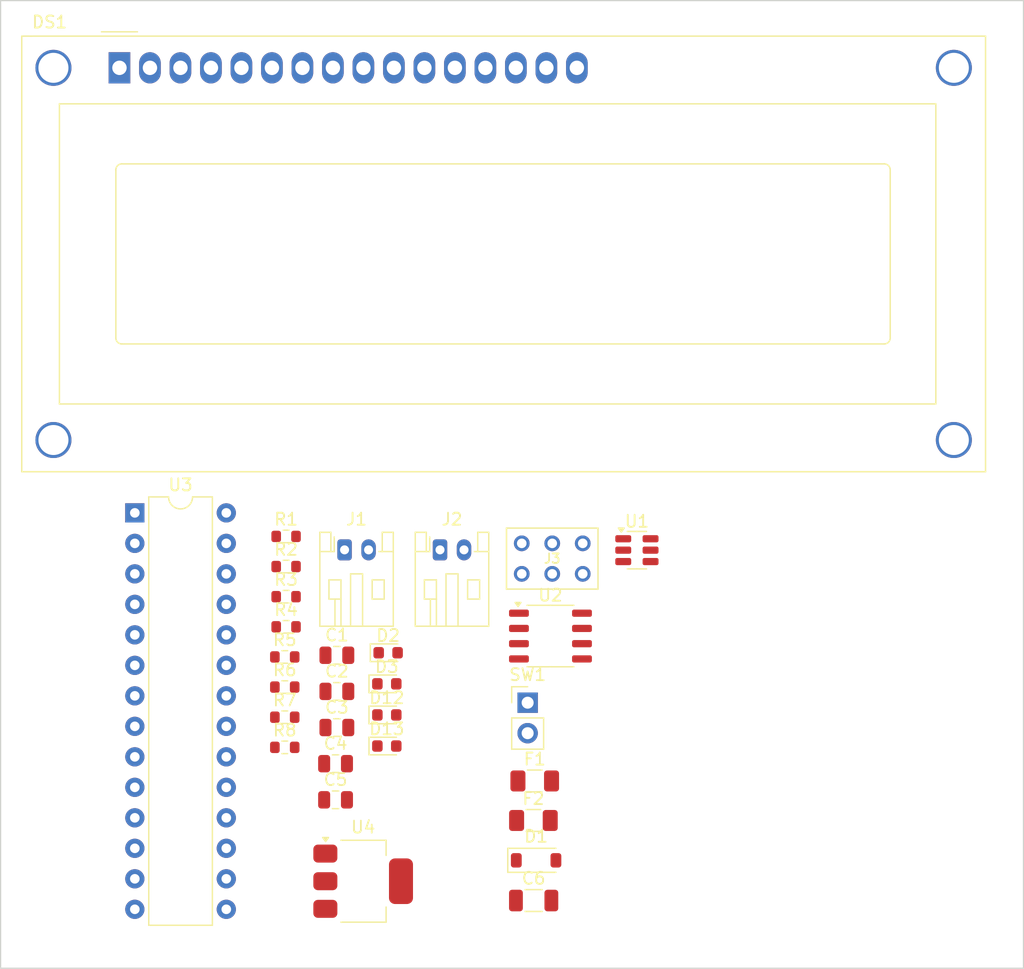
<source format=kicad_pcb>
(kicad_pcb (version 20240108) (generator "pcbnew") (generator_version "8.0")
  (layers (0 "F.Cu" signal) (31 "B.Cu" signal) (34 "B.Paste" user) (35 "F.Paste" user) (36 "B.SilkS" user "B.Silkscreen") (37 "F.SilkS" user "F.Silkscreen") (38 "B.Mask" user) (39 "F.Mask" user) (44 "Edge.Cuts" user))
  (net 0 "")
  (net 1 "Net-(U1-IN)")
  (net 2 "GND")
  (net 3 "Net-(U1-BST)")
  (net 4 "Net-(D1-K)")
  (net 5 "+5V")
  (net 6 "Net-(U3-AREF)")
  (net 7 "Net-(U4-VI)")
  (net 8 "Net-(C6-Pad1)")
  (net 9 "Net-(D2-A)")
  (net 10 "Net-(D3-A)")
  (net 11 "Net-(D12-K)")
  (net 12 "Net-(D13-K)")
  (net 13 "/R{slash}W")
  (net 14 "/LCD4")
  (net 15 "/LCD1")
  (net 16 "/RS")
  (net 17 "/LCD7")
  (net 20 "/ENABLE")
  (net 21 "/LCD3")
  (net 22 "/LCD5")
  (net 23 "/LCD6")
  (net 24 "/LCD2")
  (net 25 "/LCD0")
  (net 26 "+BATT")
  (net 27 "Net-(J1-Pin_2)")
  (net 28 "Net-(J1-Pin_1)")
  (net 29 "Net-(U1-EN)")
  (net 30 "Net-(U1-FB)")
  (net 31 "+3V3")
  (net 32 "/LED_GREEN")
  (net 33 "/LED_RED")
  (net 34 "Net-(SW1-B)")
  (net 35 "/ROW_0")
  (net 36 "/ROW_1")
  (net 37 "/MISO")
  (net 38 "/COLUMN_0")
  (net 39 "/MOSI")
  (net 40 "/ROW_2")
  (net 41 "/SCK")
  (footprint "LED_SMD:LED_0603_1608Metric" (layer "F.Cu") (at 130.68 96.72)
    (property "Reference" "D2" (at 0 -1.43 0) (layer "F.SilkS"))
    (property "Value" "YELLOW")
    (fp_line (start -1.485 -0.735) (end -1.485 0.735) (stroke (width 0.12)) (layer "F.SilkS"))
    (fp_line (start -1.485 0.735) (end 0.8 0.735) (stroke (width 0.12)) (layer "F.SilkS"))
    (fp_line (start 0.8 -0.735) (end -1.485 -0.735) (stroke (width 0.12)) (layer "F.SilkS"))
    (pad "1" smd roundrect (at -0.7875 0) (size 0.875 0.95) (layers "F.Cu" "F.Paste" "F.Mask") (net 2 "GND"))
    (pad "2" smd roundrect (at 0.7875 0) (size 0.875 0.95) (layers "F.Cu" "F.Paste" "F.Mask") (net 9 "Net-(D2-A)"))
  )
  (footprint "Package_DIP:DIP-28_W7.62mm" (layer "F.Cu") (at 109.58 85.07)
    (property "Reference" "U3" (at 3.81 -2.33 360) (layer "F.SilkS"))
    (property "Value" "ATmega328-P")
    (fp_line (start 1.16 -1.33) (end 1.16 34.35) (stroke (width 0.12)) (layer "F.SilkS"))
    (fp_line (start 1.16 34.35) (end 6.46 34.35) (stroke (width 0.12)) (layer "F.SilkS"))
    (fp_line (start 2.81 -1.33) (end 1.16 -1.33) (stroke (width 0.12)) (layer "F.SilkS"))
    (fp_line (start 6.46 -1.33) (end 4.81 -1.33) (stroke (width 0.12)) (layer "F.SilkS"))
    (fp_line (start 6.46 34.35) (end 6.46 -1.33) (stroke (width 0.12)) (layer "F.SilkS"))
    (fp_arc (start 4.81 -1.33) (mid 3.81 -0.33) (end 2.81 -1.33) (stroke (width 0.12)) (layer "F.SilkS"))
    (pad "1" thru_hole rect (at 0 0) (size 1.6 1.6) (drill 0.8) (layers "*.Cu" "*.Mask") (net 38 "/COLUMN_0"))
    (pad "2" thru_hole oval (at 0 2.54) (size 1.6 1.6) (drill 0.8) (layers "*.Cu" "*.Mask") (net 25 "/LCD0"))
    (pad "3" thru_hole oval (at 0 5.08) (size 1.6 1.6) (drill 0.8) (layers "*.Cu" "*.Mask") (net 15 "/LCD1"))
    (pad "4" thru_hole oval (at 0 7.62) (size 1.6 1.6) (drill 0.8) (layers "*.Cu" "*.Mask") (net 24 "/LCD2"))
    (pad "5" thru_hole oval (at 0 10.16) (size 1.6 1.6) (drill 0.8) (layers "*.Cu" "*.Mask") (net 21 "/LCD3"))
    (pad "6" thru_hole oval (at 0 12.7) (size 1.6 1.6) (drill 0.8) (layers "*.Cu" "*.Mask") (net 14 "/LCD4"))
    (pad "7" thru_hole oval (at 0 15.24) (size 1.6 1.6) (drill 0.8) (layers "*.Cu" "*.Mask") (net 5 "+5V"))
    (pad "8" thru_hole oval (at 0 17.78) (size 1.6 1.6) (drill 0.8) (layers "*.Cu" "*.Mask") (net 2 "GND"))
    (pad "9" thru_hole oval (at 0 20.32) (size 1.6 1.6) (drill 0.8) (layers "*.Cu" "*.Mask") (net 32 "/LED_GREEN"))
    (pad "10" thru_hole oval (at 0 22.86) (size 1.6 1.6) (drill 0.8) (layers "*.Cu" "*.Mask") (net 33 "/LED_RED"))
    (pad "11" thru_hole oval (at 0 25.4) (size 1.6 1.6) (drill 0.8) (layers "*.Cu" "*.Mask") (net 22 "/LCD5"))
    (pad "12" thru_hole oval (at 0 27.94) (size 1.6 1.6) (drill 0.8) (layers "*.Cu" "*.Mask") (net 23 "/LCD6"))
    (pad "13" thru_hole oval (at 0 30.48) (size 1.6 1.6) (drill 0.8) (layers "*.Cu" "*.Mask") (net 17 "/LCD7"))
    (pad "14" thru_hole oval (at 0 33.02) (size 1.6 1.6) (drill 0.8) (layers "*.Cu" "*.Mask") (net 20 "/ENABLE"))
    (pad "15" thru_hole oval (at 7.62 33.02) (size 1.6 1.6) (drill 0.8) (layers "*.Cu" "*.Mask") (net 13 "/R{slash}W"))
    (pad "16" thru_hole oval (at 7.62 30.48) (size 1.6 1.6) (drill 0.8) (layers "*.Cu" "*.Mask") (net 16 "/RS"))
    (pad "17" thru_hole oval (at 7.62 27.94) (size 1.6 1.6) (drill 0.8) (layers "*.Cu" "*.Mask") (net 39 "/MOSI"))
    (pad "18" thru_hole oval (at 7.62 25.4) (size 1.6 1.6) (drill 0.8) (layers "*.Cu" "*.Mask") (net 37 "/MISO"))
    (pad "19" thru_hole oval (at 7.62 22.86) (size 1.6 1.6) (drill 0.8) (layers "*.Cu" "*.Mask") (net 41 "/SCK"))
    (pad "20" thru_hole oval (at 7.62 20.32) (size 1.6 1.6) (drill 0.8) (layers "*.Cu" "*.Mask") (net 5 "+5V"))
    (pad "21" thru_hole oval (at 7.62 17.78) (size 1.6 1.6) (drill 0.8) (layers "*.Cu" "*.Mask") (net 6 "Net-(U3-AREF)"))
    (pad "22" thru_hole oval (at 7.62 15.24) (size 1.6 1.6) (drill 0.8) (layers "*.Cu" "*.Mask") (net 2 "GND"))
    (pad "23" thru_hole oval (at 7.62 12.7) (size 1.6 1.6) (drill 0.8) (layers "*.Cu" "*.Mask") (net 38 "/COLUMN_0"))
    (pad "24" thru_hole oval (at 7.62 10.16) (size 1.6 1.6) (drill 0.8) (layers "*.Cu" "*.Mask") (net 38 "/COLUMN_0"))
    (pad "25" thru_hole oval (at 7.62 7.62) (size 1.6 1.6) (drill 0.8) (layers "*.Cu" "*.Mask") (net 38 "/COLUMN_0"))
    (pad "26" thru_hole oval (at 7.62 5.08) (size 1.6 1.6) (drill 0.8) (layers "*.Cu" "*.Mask") (net 35 "/ROW_0"))
    (pad "27" thru_hole oval (at 7.62 2.54) (size 1.6 1.6) (drill 0.8) (layers "*.Cu" "*.Mask") (net 36 "/ROW_1"))
    (pad "28" thru_hole oval (at 7.62 0) (size 1.6 1.6) (drill 0.8) (layers "*.Cu" "*.Mask") (net 40 "/ROW_2"))
  )
  (footprint "Resistor_SMD:R_0603_1608Metric" (layer "F.Cu") (at 122.18 94.56)
    (property "Reference" "R4" (at 0 -1.43 0) (layer "F.SilkS"))
    (property "Value" "1k")
    (fp_line (start -0.237258 -0.5225) (end 0.237258 -0.5225) (stroke (width 0.12)) (layer "F.SilkS"))
    (fp_line (start -0.237258 0.5225) (end 0.237258 0.5225) (stroke (width 0.12)) (layer "F.SilkS"))
    (pad "1" smd roundrect (at -0.825 0) (size 0.8 0.95) (layers "F.Cu" "F.Paste" "F.Mask") (net 5 "+5V"))
    (pad "2" smd roundrect (at 0.825 0) (size 0.8 0.95) (layers "F.Cu" "F.Paste" "F.Mask") (net 9 "Net-(D2-A)"))
  )
  (footprint "Resistor_SMD:R_0603_1608Metric" (layer "F.Cu") (at 122.07 104.6)
    (property "Reference" "R8" (at 0 -1.43 0) (layer "F.SilkS"))
    (property "Value" "R_Small_US")
    (fp_line (start -0.237258 -0.5225) (end 0.237258 -0.5225) (stroke (width 0.12)) (layer "F.SilkS"))
    (fp_line (start -0.237258 0.5225) (end 0.237258 0.5225) (stroke (width 0.12)) (layer "F.SilkS"))
    (pad "1" smd roundrect (at -0.825 0) (size 0.8 0.95) (layers "F.Cu" "F.Paste" "F.Mask") (net 33 "/LED_RED"))
    (pad "2" smd roundrect (at 0.825 0) (size 0.8 0.95) (layers "F.Cu" "F.Paste" "F.Mask") (net 12 "Net-(D13-K)"))
  )
  (footprint "Resistor_SMD:R_0603_1608Metric" (layer "F.Cu") (at 122.18 87.03)
    (property "Reference" "R1" (at 0 -1.43 0) (layer "F.SilkS"))
    (property "Value" "100k")
    (fp_line (start -0.237258 -0.5225) (end 0.237258 -0.5225) (stroke (width 0.12)) (layer "F.SilkS"))
    (fp_line (start -0.237258 0.5225) (end 0.237258 0.5225) (stroke (width 0.12)) (layer "F.SilkS"))
    (pad "1" smd roundrect (at -0.825 0) (size 0.8 0.95) (layers "F.Cu" "F.Paste" "F.Mask") (net 1 "Net-(U1-IN)"))
    (pad "2" smd roundrect (at 0.825 0) (size 0.8 0.95) (layers "F.Cu" "F.Paste" "F.Mask") (net 29 "Net-(U1-EN)"))
  )
  (footprint "Capacitor_SMD:C_0805_2012Metric" (layer "F.Cu") (at 126.41 102.95)
    (property "Reference" "C3" (at 0 -1.68 0) (layer "F.SilkS"))
    (property "Value" "22uF")
    (fp_line (start -0.261252 -0.735) (end 0.261252 -0.735) (stroke (width 0.12)) (layer "F.SilkS"))
    (fp_line (start -0.261252 0.735) (end 0.261252 0.735) (stroke (width 0.12)) (layer "F.SilkS"))
    (pad "1" smd roundrect (at -0.95 0) (size 1 1.45) (layers "F.Cu" "F.Paste" "F.Mask") (net 5 "+5V"))
    (pad "2" smd roundrect (at 0.95 0) (size 1 1.45) (layers "F.Cu" "F.Paste" "F.Mask") (net 2 "GND"))
  )
  (footprint "Package_TO_SOT_SMD:SOT-223-3_TabPin2" (layer "F.Cu") (at 128.6 115.75)
    (property "Reference" "U4" (at 0 -4.5 0) (layer "F.SilkS"))
    (property "Value" "AMS1117-3.3")
    (fp_line (start -1.85 -3.41) (end 1.91 -3.41) (stroke (width 0.12)) (layer "F.SilkS"))
    (fp_line (start -1.85 3.41) (end 1.91 3.41) (stroke (width 0.12)) (layer "F.SilkS"))
    (fp_line (start 1.91 -3.41) (end 1.91 -2.15) (stroke (width 0.12)) (layer "F.SilkS"))
    (fp_line (start 1.91 3.41) (end 1.91 2.15) (stroke (width 0.12)) (layer "F.SilkS"))
    (fp_poly (pts (xy -3.13 -3.31) (xy -3.37 -3.64) (xy -2.89 -3.64) (xy -3.13 -3.31)) (stroke (width 0.12)) (fill solid) (layer "F.SilkS"))
    (pad "1" smd roundrect (at -3.15 -2.3) (size 2 1.5) (layers "F.Cu" "F.Paste" "F.Mask") (net 2 "GND"))
    (pad "2" smd roundrect (at -3.15 0) (size 2 1.5) (layers "F.Cu" "F.Paste" "F.Mask") (net 31 "+3V3"))
    (pad "2" smd roundrect (at 3.15 0) (size 2 3.8) (layers "F.Cu" "F.Paste" "F.Mask") (net 31 "+3V3"))
    (pad "3" smd roundrect (at -3.15 2.3) (size 2 1.5) (layers "F.Cu" "F.Paste" "F.Mask") (net 7 "Net-(U4-VI)"))
  )
  (footprint "Capacitor_SMD:C_1206_3216Metric" (layer "F.Cu") (at 142.8 117.36)
    (property "Reference" "C6" (at 0 -1.85 0) (layer "F.SilkS"))
    (property "Value" "47uF")
    (fp_line (start -0.711252 -0.91) (end 0.711252 -0.91) (stroke (width 0.12)) (layer "F.SilkS"))
    (fp_line (start -0.711252 0.91) (end 0.711252 0.91) (stroke (width 0.12)) (layer "F.SilkS"))
    (pad "1" smd roundrect (at -1.475 0) (size 1.15 1.8) (layers "F.Cu" "F.Paste" "F.Mask") (roundrect_rratio 0.217391) (net 8 "Net-(C6-Pad1)"))
    (pad "2" smd roundrect (at 1.475 0) (size 1.15 1.8) (layers "F.Cu" "F.Paste" "F.Mask") (roundrect_rratio 0.217391) (net 2 "GND"))
  )
  (footprint "Capacitor_SMD:C_0805_2012Metric" (layer "F.Cu") (at 126.41 99.94)
    (property "Reference" "C2" (at 0 -1.68 0) (layer "F.SilkS"))
    (property "Value" "10nF")
    (fp_line (start -0.261252 -0.735) (end 0.261252 -0.735) (stroke (width 0.12)) (layer "F.SilkS"))
    (fp_line (start -0.261252 0.735) (end 0.261252 0.735) (stroke (width 0.12)) (layer "F.SilkS"))
    (pad "1" smd roundrect (at -0.95 0) (size 1 1.45) (layers "F.Cu" "F.Paste" "F.Mask") (net 3 "Net-(U1-BST)"))
    (pad "2" smd roundrect (at 0.95 0) (size 1 1.45) (layers "F.Cu" "F.Paste" "F.Mask") (net 4 "Net-(D1-K)"))
  )
  (footprint "Diode_SMD:D_SOD-123" (layer "F.Cu") (at 143.005 114.01)
    (property "Reference" "D1" (at 0 -2 0) (layer "F.SilkS"))
    (property "Value" "B5819W")
    (fp_line (start -2.36 -1) (end -2.36 1) (stroke (width 0.12)) (layer "F.SilkS"))
    (fp_line (start -2.36 -1) (end 1.65 -1) (stroke (width 0.12)) (layer "F.SilkS"))
    (fp_line (start -2.36 1) (end 1.65 1) (stroke (width 0.12)) (layer "F.SilkS"))
    (pad "1" smd roundrect (at -1.65 0) (size 0.9 1.2) (layers "F.Cu" "F.Paste" "F.Mask") (net 4 "Net-(D1-K)"))
    (pad "2" smd roundrect (at 1.65 0) (size 0.9 1.2) (layers "F.Cu" "F.Paste" "F.Mask") (net 2 "GND"))
  )
  (footprint "Connector_JST:JST_PH_S2B-PH-K_1x02_P2.00mm_Horizontal" (layer "F.Cu") (at 135 88.15)
    (property "Reference" "J2" (at 1 -2.55 0) (layer "F.SilkS"))
    (property "Value" "BattConn0")
    (fp_line (start -2.06 -1.46) (end -2.06 6.36) (stroke (width 0.12)) (layer "F.SilkS"))
    (fp_line (start -2.06 0.14) (end -1.14 0.14) (stroke (width 0.12)) (layer "F.SilkS"))
    (fp_line (start -2.06 6.36) (end 4.06 6.36) (stroke (width 0.12)) (layer "F.SilkS"))
    (fp_line (start -1.3 2.5) (end -1.3 4.1) (stroke (width 0.12)) (layer "F.SilkS"))
    (fp_line (start -1.3 4.1) (end -0.3 4.1) (stroke (width 0.12)) (layer "F.SilkS"))
    (fp_line (start -1.14 -1.46) (end -2.06 -1.46) (stroke (width 0.12)) (layer "F.SilkS"))
    (fp_line (start -1.14 0.14) (end -1.14 -1.46) (stroke (width 0.12)) (layer "F.SilkS"))
    (fp_line (start -0.86 0.14) (end -1.14 0.14) (stroke (width 0.12)) (layer "F.SilkS"))
    (fp_line (start -0.86 0.14) (end -0.86 -1.075) (stroke (width 0.12)) (layer "F.SilkS"))
    (fp_line (start -0.8 4.1) (end -0.8 6.36) (stroke (width 0.12)) (layer "F.SilkS"))
    (fp_line (start -0.3 2.5) (end -1.3 2.5) (stroke (width 0.12)) (layer "F.SilkS"))
    (fp_line (start -0.3 4.1) (end -0.3 2.5) (stroke (width 0.12)) (layer "F.SilkS"))
    (fp_line (start -0.3 4.1) (end -0.3 6.36) (stroke (width 0.12)) (layer "F.SilkS"))
    (fp_line (start 0.5 2) (end 1.5 2) (stroke (width 0.12)) (layer "F.SilkS"))
    (fp_line (start 0.5 6.36) (end 0.5 2) (stroke (width 0.12)) (layer "F.SilkS"))
    (fp_line (start 1.5 2) (end 1.5 6.36) (stroke (width 0.12)) (layer "F.SilkS"))
    (fp_line (start 2.3 2.5) (end 3.3 2.5) (stroke (width 0.12)) (layer "F.SilkS"))
    (fp_line (start 2.3 4.1) (end 2.3 2.5) (stroke (width 0.12)) (layer "F.SilkS"))
    (fp_line (start 3.14 -1.46) (end 3.14 0.14) (stroke (width 0.12)) (layer "F.SilkS"))
    (fp_line (start 3.14 0.14) (end 2.86 0.14) (stroke (width 0.12)) (layer "F.SilkS"))
    (fp_line (start 3.3 2.5) (end 3.3 4.1) (stroke (width 0.12)) (layer "F.SilkS"))
    (fp_line (start 3.3 4.1) (end 2.3 4.1) (stroke (width 0.12)) (layer "F.SilkS"))
    (fp_line (start 4.06 -1.46) (end 3.14 -1.46) (stroke (width 0.12)) (layer "F.SilkS"))
    (fp_line (start 4.06 0.14) (end 3.14 0.14) (stroke (width 0.12)) (layer "F.SilkS"))
    (fp_line (start 4.06 6.36) (end 4.06 -1.46) (stroke (width 0.12)) (layer "F.SilkS"))
    (pad "1" thru_hole roundrect (at 0 0) (size 1.2 1.75) (drill 0.75) (layers "*.Cu" "*.Mask") (roundrect_rratio 0.208333) (net 27 "Net-(J1-Pin_2)"))
    (pad "2" thru_hole oval (at 2 0) (size 1.2 1.75) (drill 0.75) (layers "*.Cu" "*.Mask") (net 2 "GND"))
  )
  (footprint "LED_SMD:LED_0603_1608Metric" (layer "F.Cu") (at 130.57 101.9)
    (property "Reference" "D12" (at 0 -1.43 0) (layer "F.SilkS"))
    (property "Value" "LED_GREEN")
    (fp_line (start -1.485 -0.735) (end -1.485 0.735) (stroke (width 0.12)) (layer "F.SilkS"))
    (fp_line (start -1.485 0.735) (end 0.8 0.735) (stroke (width 0.12)) (layer "F.SilkS"))
    (fp_line (start 0.8 -0.735) (end -1.485 -0.735) (stroke (width 0.12)) (layer "F.SilkS"))
    (pad "1" smd roundrect (at -0.7875 0) (size 0.875 0.95) (layers "F.Cu" "F.Paste" "F.Mask") (net 11 "Net-(D12-K)"))
    (pad "2" smd roundrect (at 0.7875 0) (size 0.875 0.95) (layers "F.Cu" "F.Paste" "F.Mask") (net 5 "+5V"))
  )
  (footprint "Capacitor_SMD:C_0805_2012Metric" (layer "F.Cu") (at 126.3 105.96)
    (property "Reference" "C4" (at 0 -1.68 0) (layer "F.SilkS"))
    (property "Value" "0.1uF")
    (fp_line (start -0.261252 -0.735) (end 0.261252 -0.735) (stroke (width 0.12)) (layer "F.SilkS"))
    (fp_line (start -0.261252 0.735) (end 0.261252 0.735) (stroke (width 0.12)) (layer "F.SilkS"))
    (pad "1" smd roundrect (at -0.95 0) (size 1 1.45) (layers "F.Cu" "F.Paste" "F.Mask") (net 2 "GND"))
    (pad "2" smd roundrect (at 0.95 0) (size 1 1.45) (layers "F.Cu" "F.Paste" "F.Mask") (net 6 "Net-(U3-AREF)"))
  )
  (footprint "Capacitor_SMD:C_0805_2012Metric" (layer "F.Cu") (at 126.3 108.97)
    (property "Reference" "C5" (at 0 -1.68 0) (layer "F.SilkS"))
    (property "Value" "1uF")
    (fp_line (start -0.261252 -0.735) (end 0.261252 -0.735) (stroke (width 0.12)) (layer "F.SilkS"))
    (fp_line (start -0.261252 0.735) (end 0.261252 0.735) (stroke (width 0.12)) (layer "F.SilkS"))
    (pad "1" smd roundrect (at -0.95 0) (size 1 1.45) (layers "F.Cu" "F.Paste" "F.Mask") (net 7 "Net-(U4-VI)"))
    (pad "2" smd roundrect (at 0.95 0) (size 1 1.45) (layers "F.Cu" "F.Paste" "F.Mask") (net 2 "GND"))
  )
  (footprint "Resistor_SMD:R_0603_1608Metric" (layer "F.Cu") (at 122.18 92.05)
    (property "Reference" "R3" (at 0 -1.43 0) (layer "F.SilkS"))
    (property "Value" "9.53k")
    (fp_line (start -0.237258 -0.5225) (end 0.237258 -0.5225) (stroke (width 0.12)) (layer "F.SilkS"))
    (fp_line (start -0.237258 0.5225) (end 0.237258 0.5225) (stroke (width 0.12)) (layer "F.SilkS"))
    (pad "1" smd roundrect (at -0.825 0) (size 0.8 0.95) (layers "F.Cu" "F.Paste" "F.Mask") (net 30 "Net-(U1-FB)"))
    (pad "2" smd roundrect (at 0.825 0) (size 0.8 0.95) (layers "F.Cu" "F.Paste" "F.Mask") (net 2 "GND"))
  )
  (footprint "Display:WC1602A" (layer "F.Cu") (at 108.3 48)
    (property "Reference" "DS1" (at -5.82 -3.81 0) (layer "F.SilkS"))
    (property "Value" "WC1602A")
    (fp_line (start -8.14 -2.64) (end -8.14 33.64) (stroke (width 0.12)) (layer "F.SilkS"))
    (fp_line (start -8.14 33.64) (end 72.14 33.64) (stroke (width 0.12)) (layer "F.SilkS"))
    (fp_line (start -8.13 -2.64) (end -7.34 -2.64) (stroke (width 0.12)) (layer "F.SilkS"))
    (fp_line (start -5 3) (end 68 3) (stroke (width 0.12)) (layer "F.SilkS"))
    (fp_line (start -5 28) (end -5 3) (stroke (width 0.12)) (layer "F.SilkS"))
    (fp_line (start -1.5 -3) (end 1.5 -3) (stroke (width 0.12)) (layer "F.SilkS"))
    (fp_line (start -0.29972 22.49932) (end -0.29972 8.5) (stroke (width 0.12)) (layer "F.SilkS"))
    (fp_line (start 0.2 8) (end 63.7 8) (stroke (width 0.12)) (layer "F.SilkS"))
    (fp_line (start 63.70066 23) (end 0.2 23) (stroke (width 0.12)) (layer "F.SilkS"))
    (fp_line (start 64.2 8.5) (end 64.2 22.5) (stroke (width 0.12)) (layer "F.SilkS"))
    (fp_line (start 68 3) (end 68 28) (stroke (width 0.12)) (layer "F.SilkS"))
    (fp_line (start 68 28) (end -5 28) (stroke (width 0.12)) (layer "F.SilkS"))
    (fp_line (start 72.14 -2.64) (end -7.34 -2.64) (stroke (width 0.12)) (layer "F.SilkS"))
    (fp_line (start 72.14 33.64) (end 72.14 -2.64) (stroke (width 0.12)) (layer "F.SilkS"))
    (fp_arc (start -0.29972 8.49884) (mid -0.153162 8.145018) (end 0.20066 7.99846) (stroke (width 0.12)) (layer "F.SilkS"))
    (fp_arc (start 0.20066 22.9997) (mid -0.153162 22.853142) (end -0.29972 22.49932) (stroke (width 0.12)) (layer "F.SilkS"))
    (fp_arc (start 63.7 8) (mid 64.053553 8.146447) (end 64.2 8.5) (stroke (width 0.12)) (layer "F.SilkS"))
    (fp_arc (start 64.20104 22.49932) (mid 64.054473 22.853115) (end 63.70066 22.9997) (stroke (width 0.12)) (layer "F.SilkS"))
    (pad "" thru_hole circle (at -5.4991 0) (size 3 3) (drill 2.5) (layers "*.Cu" "*.Mask"))
    (pad "" thru_hole circle (at -5.4991 31.0007) (size 3 3) (drill 2.5) (layers "*.Cu" "*.Mask"))
    (pad "" thru_hole circle (at 69.49948 31.0007) (size 3 3) (drill 2.5) (layers "*.Cu" "*.Mask"))
    (pad "" thru_hole circle (at 69.5 0) (size 3 3) (drill 2.5) (layers "*.Cu" "*.Mask"))
    (pad "1" thru_hole rect (at 0 0) (size 1.8 2.6) (drill 1.2) (layers "*.Cu" "*.Mask") (net 2 "GND"))
    (pad "2" thru_hole oval (at 2.54 0) (size 1.8 2.6) (drill 1.2) (layers "*.Cu" "*.Mask") (net 5 "+5V"))
    (pad "3" thru_hole oval (at 5.08 0) (size 1.8 2.6) (drill 1.2) (layers "*.Cu" "*.Mask") (net 2 "GND"))
    (pad "4" thru_hole oval (at 7.62 0) (size 1.8 2.6) (drill 1.2) (layers "*.Cu" "*.Mask") (net 16 "/RS"))
    (pad "5" thru_hole oval (at 10.16 0) (size 1.8 2.6) (drill 1.2) (layers "*.Cu" "*.Mask") (net 13 "/R{slash}W"))
    (pad "6" thru_hole oval (at 12.7 0) (size 1.8 2.6) (drill 1.2) (layers "*.Cu" "*.Mask") (net 20 "/ENABLE"))
    (pad "7" thru_hole oval (at 15.24 0) (size 1.8 2.6) (drill 1.2) (layers "*.Cu" "*.Mask") (net 25 "/LCD0"))
    (pad "8" thru_hole oval (at 17.78 0) (size 1.8 2.6) (drill 1.2) (layers "*.Cu" "*.Mask") (net 15 "/LCD1"))
    (pad "9" thru_hole oval (at 20.32 0) (size 1.8 2.6) (drill 1.2) (layers "*.Cu" "*.Mask") (net 24 "/LCD2"))
    (pad "10" thru_hole oval (at 22.86 0) (size 1.8 2.6) (drill 1.2) (layers "*.Cu" "*.Mask") (net 21 "/LCD3"))
    (pad "11" thru_hole oval (at 25.4 0) (size 1.8 2.6) (drill 1.2) (layers "*.Cu" "*.Mask") (net 14 "/LCD4"))
    (pad "12" thru_hole oval (at 27.94 0) (size 1.8 2.6) (drill 1.2) (layers "*.Cu" "*.Mask") (net 22 "/LCD5"))
    (pad "13" thru_hole oval (at 30.48 0) (size 1.8 2.6) (drill 1.2) (layers "*.Cu" "*.Mask") (net 23 "/LCD6"))
    (pad "14" thru_hole oval (at 33.02 0) (size 1.8 2.6) (drill 1.2) (layers "*.Cu" "*.Mask") (net 17 "/LCD7"))
    (pad "15" thru_hole oval (at 35.56 0) (size 1.8 2.6) (drill 1.2) (layers "*.Cu" "*.Mask"))
    (pad "16" thru_hole oval (at 38.1 0) (size 1.8 2.6) (drill 1.2) (layers "*.Cu" "*.Mask"))
  )
  (footprint "Capacitor_SMD:C_0805_2012Metric" (layer "F.Cu") (at 126.41 96.93)
    (property "Reference" "C1" (at 0 -1.68 0) (layer "F.SilkS"))
    (property "Value" "10uF")
    (fp_line (start -0.261252 -0.735) (end 0.261252 -0.735) (stroke (width 0.12)) (layer "F.SilkS"))
    (fp_line (start -0.261252 0.735) (end 0.261252 0.735) (stroke (width 0.12)) (layer "F.SilkS"))
    (pad "1" smd roundrect (at -0.95 0) (size 1 1.45) (layers "F.Cu" "F.Paste" "F.Mask") (net 1 "Net-(U1-IN)"))
    (pad "2" smd roundrect (at 0.95 0) (size 1 1.45) (layers "F.Cu" "F.Paste" "F.Mask") (net 2 "GND"))
  )
  (footprint "Resistor_SMD:R_0603_1608Metric" (layer "F.Cu") (at 122.07 97.07)
    (property "Reference" "R5" (at 0 -1.43 0) (layer "F.SilkS"))
    (property "Value" "1")
    (fp_line (start -0.237258 -0.5225) (end 0.237258 -0.5225) (stroke (width 0.12)) (layer "F.SilkS"))
    (fp_line (start -0.237258 0.5225) (end 0.237258 0.5225) (stroke (width 0.12)) (layer "F.SilkS"))
    (pad "1" smd roundrect (at -0.825 0) (size 0.8 0.95) (layers "F.Cu" "F.Paste" "F.Mask") (net 8 "Net-(C6-Pad1)"))
    (pad "2" smd roundrect (at 0.825 0) (size 0.8 0.95) (layers "F.Cu" "F.Paste" "F.Mask") (net 31 "+3V3"))
  )
  (footprint "LED_SMD:LED_0603_1608Metric" (layer "F.Cu") (at 130.57 99.31)
    (property "Reference" "D3" (at 0 -1.43 0) (layer "F.SilkS"))
    (property "Value" "GREEN")
    (fp_line (start -1.485 -0.735) (end -1.485 0.735) (stroke (width 0.12)) (layer "F.SilkS"))
    (fp_line (start -1.485 0.735) (end 0.8 0.735) (stroke (width 0.12)) (layer "F.SilkS"))
    (fp_line (start 0.8 -0.735) (end -1.485 -0.735) (stroke (width 0.12)) (layer "F.SilkS"))
    (pad "1" smd roundrect (at -0.7875 0) (size 0.875 0.95) (layers "F.Cu" "F.Paste" "F.Mask") (net 2 "GND"))
    (pad "2" smd roundrect (at 0.7875 0) (size 0.875 0.95) (layers "F.Cu" "F.Paste" "F.Mask") (net 10 "Net-(D3-A)"))
  )
  (footprint "AVR-ISP:AVR-ISP" (layer "F.Cu") (at 144.3485 88.8785)
    (property "Reference" "J3" (at 0 0 0) (layer "F.SilkS") (effects (font (size 0.787402 0.787402))))
    (property "Value" "AVR-ISP-6")
    (fp_line (start -3.81 -2.54) (end 3.81 -2.54) (stroke (width 0.127)) (layer "F.SilkS"))
    (fp_line (start -3.81 2.54) (end -3.81 -2.54) (stroke (width 0.127)) (layer "F.SilkS"))
    (fp_line (start 3.81 -2.54) (end 3.81 2.54) (stroke (width 0.127)) (layer "F.SilkS"))
    (fp_line (start 3.81 2.54) (end -3.81 2.54) (stroke (width 0.127)) (layer "F.SilkS"))
    (pad "GND" thru_hole circle (at 2.54 -1.27) (size 1.308 1.308) (drill 0.8) (layers "*.Cu" "*.Mask"))
    (pad "MISO" thru_hole circle (at -2.54 1.27) (size 1.308 1.308) (drill 0.8) (layers "*.Cu" "*.Mask"))
    (pad "MOSI" thru_hole circle (at 0 -1.27) (size 1.308 1.308) (drill 0.8) (layers "*.Cu" "*.Mask"))
    (pad "RST" thru_hole circle (at 2.54 1.27) (size 1.308 1.308) (drill 0.8) (layers "*.Cu" "*.Mask"))
    (pad "SCK" thru_hole circle (at 0 1.27) (size 1.308 1.308) (drill 0.8) (layers "*.Cu" "*.Mask"))
    (pad "VCC" thru_hole circle (at -2.54 -1.27) (size 1.308 1.308) (drill 0.8) (layers "*.Cu" "*.Mask"))
  )
  (footprint "Package_SO:SOP-8_3.9x4.9mm_P1.27mm" (layer "F.Cu") (at 144.2 95.33)
    (property "Reference" "U2" (at 0 -3.4 0) (layer "F.SilkS"))
    (property "Value" "RS3E075AT")
    (fp_line (start 0 -2.56) (end -1.95 -2.56) (stroke (width 0.12)) (layer "F.SilkS"))
    (fp_line (start 0 -2.56) (end 1.95 -2.56) (stroke (width 0.12)) (layer "F.SilkS"))
    (fp_line (start 0 2.56) (end -1.95 2.56) (stroke (width 0.12)) (layer "F.SilkS"))
    (fp_line (start 0 2.56) (end 1.95 2.56) (stroke (width 0.12)) (layer "F.SilkS"))
    (fp_poly (pts (xy -2.7 -2.465) (xy -2.94 -2.795) (xy -2.46 -2.795) (xy -2.7 -2.465)) (stroke (width 0.12)) (fill solid) (layer "F.SilkS"))
    (pad "1" smd roundrect (at -2.625 -1.905) (size 1.65 0.6) (layers "F.Cu" "F.Paste" "F.Mask") (net 26 "+BATT"))
    (pad "2" smd roundrect (at -2.625 -0.635) (size 1.65 0.6) (layers "F.Cu" "F.Paste" "F.Mask") (net 26 "+BATT"))
    (pad "3" smd roundrect (at -2.625 0.635) (size 1.65 0.6) (layers "F.Cu" "F.Paste" "F.Mask") (net 26 "+BATT"))
    (pad "4" smd roundrect (at -2.625 1.905) (size 1.65 0.6) (layers "F.Cu" "F.Paste" "F.Mask") (net 2 "GND"))
    (pad "5" smd roundrect (at 2.625 1.905) (size 1.65 0.6) (layers "F.Cu" "F.Paste" "F.Mask") (net 34 "Net-(SW1-B)"))
    (pad "6" smd roundrect (at 2.625 0.635) (size 1.65 0.6) (layers "F.Cu" "F.Paste" "F.Mask") (net 34 "Net-(SW1-B)"))
    (pad "7" smd roundrect (at 2.625 -0.635) (size 1.65 0.6) (layers "F.Cu" "F.Paste" "F.Mask") (net 34 "Net-(SW1-B)"))
    (pad "8" smd roundrect (at 2.625 -1.905) (size 1.65 0.6) (layers "F.Cu" "F.Paste" "F.Mask") (net 34 "Net-(SW1-B)"))
  )
  (footprint "Package_TO_SOT_SMD:TSOT-23-6" (layer "F.Cu") (at 151.4 88.175)
    (property "Reference" "U1" (at 0 -2.4 0) (layer "F.SilkS"))
    (property "Value" "MP2359")
    (fp_line (start 0 -1.56) (end -0.8 -1.56) (stroke (width 0.12)) (layer "F.SilkS"))
    (fp_line (start 0 -1.56) (end 0.8 -1.56) (stroke (width 0.12)) (layer "F.SilkS"))
    (fp_line (start 0 1.56) (end -0.8 1.56) (stroke (width 0.12)) (layer "F.SilkS"))
    (fp_line (start 0 1.56) (end 0.8 1.56) (stroke (width 0.12)) (layer "F.SilkS"))
    (fp_poly (pts (xy -1.3 -1.51) (xy -1.54 -1.84) (xy -1.06 -1.84) (xy -1.3 -1.51)) (stroke (width 0.12)) (fill solid) (layer "F.SilkS"))
    (pad "1" smd roundrect (at -1.1375 -0.95) (size 1.325 0.6) (layers "F.Cu" "F.Paste" "F.Mask") (net 3 "Net-(U1-BST)"))
    (pad "2" smd roundrect (at -1.1375 0) (size 1.325 0.6) (layers "F.Cu" "F.Paste" "F.Mask") (net 2 "GND"))
    (pad "3" smd roundrect (at -1.1375 0.95) (size 1.325 0.6) (layers "F.Cu" "F.Paste" "F.Mask") (net 30 "Net-(U1-FB)"))
    (pad "4" smd roundrect (at 1.1375 0.95) (size 1.325 0.6) (layers "F.Cu" "F.Paste" "F.Mask") (net 29 "Net-(U1-EN)"))
    (pad "5" smd roundrect (at 1.1375 0) (size 1.325 0.6) (layers "F.Cu" "F.Paste" "F.Mask") (net 1 "Net-(U1-IN)"))
    (pad "6" smd roundrect (at 1.1375 -0.95) (size 1.325 0.6) (layers "F.Cu" "F.Paste" "F.Mask") (net 4 "Net-(D1-K)"))
  )
  (footprint "Fuse:Fuse_1206_3216Metric" (layer "F.Cu") (at 142.78 110.69)
    (property "Reference" "F2" (at 0 -1.82 0) (layer "F.SilkS"))
    (property "Value" "750mA")
    (fp_line (start -0.602064 -0.91) (end 0.602064 -0.91) (stroke (width 0.12)) (layer "F.SilkS"))
    (fp_line (start -0.602064 0.91) (end 0.602064 0.91) (stroke (width 0.12)) (layer "F.SilkS"))
    (pad "1" smd roundrect (at -1.4 0) (size 1.25 1.75) (layers "F.Cu" "F.Paste" "F.Mask") (roundrect_rratio 0.2) (net 5 "+5V"))
    (pad "2" smd roundrect (at 1.4 0) (size 1.25 1.75) (layers "F.Cu" "F.Paste" "F.Mask") (roundrect_rratio 0.2) (net 7 "Net-(U4-VI)"))
  )
  (footprint "Connector_JST:JST_PH_S2B-PH-K_1x02_P2.00mm_Horizontal" (layer "F.Cu") (at 127.05 88.15)
    (property "Reference" "J1" (at 1 -2.55 0) (layer "F.SilkS"))
    (property "Value" "BattConn1")
    (fp_line (start -2.06 -1.46) (end -2.06 6.36) (stroke (width 0.12)) (layer "F.SilkS"))
    (fp_line (start -2.06 0.14) (end -1.14 0.14) (stroke (width 0.12)) (layer "F.SilkS"))
    (fp_line (start -2.06 6.36) (end 4.06 6.36) (stroke (width 0.12)) (layer "F.SilkS"))
    (fp_line (start -1.3 2.5) (end -1.3 4.1) (stroke (width 0.12)) (layer "F.SilkS"))
    (fp_line (start -1.3 4.1) (end -0.3 4.1) (stroke (width 0.12)) (layer "F.SilkS"))
    (fp_line (start -1.14 -1.46) (end -2.06 -1.46) (stroke (width 0.12)) (layer "F.SilkS"))
    (fp_line (start -1.14 0.14) (end -1.14 -1.46) (stroke (width 0.12)) (layer "F.SilkS"))
    (fp_line (start -0.86 0.14) (end -1.14 0.14) (stroke (width 0.12)) (layer "F.SilkS"))
    (fp_line (start -0.86 0.14) (end -0.86 -1.075) (stroke (width 0.12)) (layer "F.SilkS"))
    (fp_line (start -0.8 4.1) (end -0.8 6.36) (stroke (width 0.12)) (layer "F.SilkS"))
    (fp_line (start -0.3 2.5) (end -1.3 2.5) (stroke (width 0.12)) (layer "F.SilkS"))
    (fp_line (start -0.3 4.1) (end -0.3 2.5) (stroke (width 0.12)) (layer "F.SilkS"))
    (fp_line (start -0.3 4.1) (end -0.3 6.36) (stroke (width 0.12)) (layer "F.SilkS"))
    (fp_line (start 0.5 2) (end 1.5 2) (stroke (width 0.12)) (layer "F.SilkS"))
    (fp_line (start 0.5 6.36) (end 0.5 2) (stroke (width 0.12)) (layer "F.SilkS"))
    (fp_line (start 1.5 2) (end 1.5 6.36) (stroke (width 0.12)) (layer "F.SilkS"))
    (fp_line (start 2.3 2.5) (end 3.3 2.5) (stroke (width 0.12)) (layer "F.SilkS"))
    (fp_line (start 2.3 4.1) (end 2.3 2.5) (stroke (width 0.12)) (layer "F.SilkS"))
    (fp_line (start 3.14 -1.46) (end 3.14 0.14) (stroke (width 0.12)) (layer "F.SilkS"))
    (fp_line (start 3.14 0.14) (end 2.86 0.14) (stroke (width 0.12)) (layer "F.SilkS"))
    (fp_line (start 3.3 2.5) (end 3.3 4.1) (stroke (width 0.12)) (layer "F.SilkS"))
    (fp_line (start 3.3 4.1) (end 2.3 4.1) (stroke (width 0.12)) (layer "F.SilkS"))
    (fp_line (start 4.06 -1.46) (end 3.14 -1.46) (stroke (width 0.12)) (layer "F.SilkS"))
    (fp_line (start 4.06 0.14) (end 3.14 0.14) (stroke (width 0.12)) (layer "F.SilkS"))
    (fp_line (start 4.06 6.36) (end 4.06 -1.46) (stroke (width 0.12)) (layer "F.SilkS"))
    (pad "1" thru_hole roundrect (at 0 0) (size 1.2 1.75) (drill 0.75) (layers "*.Cu" "*.Mask") (roundrect_rratio 0.208333) (net 28 "Net-(J1-Pin_1)"))
    (pad "2" thru_hole oval (at 2 0) (size 1.2 1.75) (drill 0.75) (layers "*.Cu" "*.Mask") (net 27 "Net-(J1-Pin_2)"))
  )
  (footprint "Resistor_SMD:R_0603_1608Metric" (layer "F.Cu") (at 122.07 102.09)
    (property "Reference" "R7" (at 0 -1.43 0) (layer "F.SilkS"))
    (property "Value" "R_Small_US")
    (fp_line (start -0.237258 -0.5225) (end 0.237258 -0.5225) (stroke (width 0.12)) (layer "F.SilkS"))
    (fp_line (start -0.237258 0.5225) (end 0.237258 0.5225) (stroke (width 0.12)) (layer "F.SilkS"))
    (pad "1" smd roundrect (at -0.825 0) (size 0.8 0.95) (layers "F.Cu" "F.Paste" "F.Mask") (net 32 "/LED_GREEN"))
    (pad "2" smd roundrect (at 0.825 0) (size 0.8 0.95) (layers "F.Cu" "F.Paste" "F.Mask") (net 11 "Net-(D12-K)"))
  )
  (footprint "Resistor_SMD:R_0603_1608Metric" (layer "F.Cu") (at 122.07 99.58)
    (property "Reference" "R6" (at 0 -1.43 0) (layer "F.SilkS"))
    (property "Value" "1k")
    (fp_line (start -0.237258 -0.5225) (end 0.237258 -0.5225) (stroke (width 0.12)) (layer "F.SilkS"))
    (fp_line (start -0.237258 0.5225) (end 0.237258 0.5225) (stroke (width 0.12)) (layer "F.SilkS"))
    (pad "1" smd roundrect (at -0.825 0) (size 0.8 0.95) (layers "F.Cu" "F.Paste" "F.Mask") (net 10 "Net-(D3-A)"))
    (pad "2" smd roundrect (at 0.825 0) (size 0.8 0.95) (layers "F.Cu" "F.Paste" "F.Mask") (net 31 "+3V3"))
  )
  (footprint "Fuse:Fuse_1206_3216Metric" (layer "F.Cu") (at 142.89 107.4)
    (property "Reference" "F1" (at 0 -1.82 0) (layer "F.SilkS"))
    (property "Value" "750mA")
    (fp_line (start -0.602064 -0.91) (end 0.602064 -0.91) (stroke (width 0.12)) (layer "F.SilkS"))
    (fp_line (start -0.602064 0.91) (end 0.602064 0.91) (stroke (width 0.12)) (layer "F.SilkS"))
    (pad "1" smd roundrect (at -1.4 0) (size 1.25 1.75) (layers "F.Cu" "F.Paste" "F.Mask") (roundrect_rratio 0.2) (net 26 "+BATT"))
    (pad "2" smd roundrect (at 1.4 0) (size 1.25 1.75) (layers "F.Cu" "F.Paste" "F.Mask") (roundrect_rratio 0.2) (net 1 "Net-(U1-IN)"))
  )
  (footprint "Resistor_SMD:R_0603_1608Metric" (layer "F.Cu") (at 122.18 89.54)
    (property "Reference" "R2" (at 0 -1.43 0) (layer "F.SilkS"))
    (property "Value" "49.9k")
    (fp_line (start -0.237258 -0.5225) (end 0.237258 -0.5225) (stroke (width 0.12)) (layer "F.SilkS"))
    (fp_line (start -0.237258 0.5225) (end 0.237258 0.5225) (stroke (width 0.12)) (layer "F.SilkS"))
    (pad "1" smd roundrect (at -0.825 0) (size 0.8 0.95) (layers "F.Cu" "F.Paste" "F.Mask") (net 5 "+5V"))
    (pad "2" smd roundrect (at 0.825 0) (size 0.8 0.95) (layers "F.Cu" "F.Paste" "F.Mask") (net 30 "Net-(U1-FB)"))
  )
  (footprint "LED_SMD:LED_0603_1608Metric" (layer "F.Cu") (at 130.57 104.49)
    (property "Reference" "D13" (at 0 -1.43 0) (layer "F.SilkS"))
    (property "Value" "LED_RED")
    (fp_line (start -1.485 -0.735) (end -1.485 0.735) (stroke (width 0.12)) (layer "F.SilkS"))
    (fp_line (start -1.485 0.735) (end 0.8 0.735) (stroke (width 0.12)) (layer "F.SilkS"))
    (fp_line (start 0.8 -0.735) (end -1.485 -0.735) (stroke (width 0.12)) (layer "F.SilkS"))
    (pad "1" smd roundrect (at -0.7875 0) (size 0.875 0.95) (layers "F.Cu" "F.Paste" "F.Mask") (net 12 "Net-(D13-K)"))
    (pad "2" smd roundrect (at 0.7875 0) (size 0.875 0.95) (layers "F.Cu" "F.Paste" "F.Mask") (net 5 "+5V"))
  )
  (footprint "Connector_PinHeader_2.54mm:PinHeader_1x02_P2.54mm_Vertical" (layer "F.Cu") (at 142.3 100.88)
    (property "Reference" "SW1" (at 0 -2.33 0) (layer "F.SilkS"))
    (property "Value" "SW_SPST")
    (fp_line (start -1.33 -1.33) (end 0 -1.33) (stroke (width 0.12)) (layer "F.SilkS"))
    (fp_line (start -1.33 0) (end -1.33 -1.33) (stroke (width 0.12)) (layer "F.SilkS"))
    (fp_line (start -1.33 1.27) (end -1.33 3.87) (stroke (width 0.12)) (layer "F.SilkS"))
    (fp_line (start -1.33 1.27) (end 1.33 1.27) (stroke (width 0.12)) (layer "F.SilkS"))
    (fp_line (start -1.33 3.87) (end 1.33 3.87) (stroke (width 0.12)) (layer "F.SilkS"))
    (fp_line (start 1.33 1.27) (end 1.33 3.87) (stroke (width 0.12)) (layer "F.SilkS"))
    (pad "1" thru_hole rect (at 0 0) (size 1.7 1.7) (drill 1) (layers "*.Cu" "*.Mask") (net 28 "Net-(J1-Pin_1)"))
    (pad "2" thru_hole oval (at 0 2.54) (size 1.7 1.7) (drill 1) (layers "*.Cu" "*.Mask") (net 34 "Net-(SW1-B)"))
  )
  (gr_rect (start 98.4 42.4) (end 183.6 123) (stroke (width 0.1)) (fill none) (layer "Edge.Cuts"))
)
</source>
